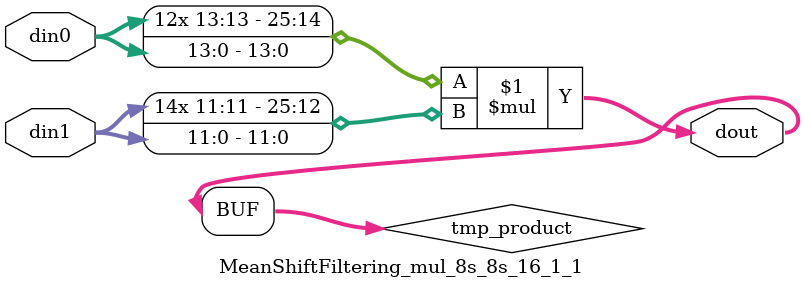
<source format=v>

`timescale 1 ns / 1 ps

  module MeanShiftFiltering_mul_8s_8s_16_1_1(din0, din1, dout);
parameter ID = 1;
parameter NUM_STAGE = 0;
parameter din0_WIDTH = 14;
parameter din1_WIDTH = 12;
parameter dout_WIDTH = 26;

input [din0_WIDTH - 1 : 0] din0; 
input [din1_WIDTH - 1 : 0] din1; 
output [dout_WIDTH - 1 : 0] dout;

wire signed [dout_WIDTH - 1 : 0] tmp_product;













assign tmp_product = $signed(din0) * $signed(din1);








assign dout = tmp_product;







endmodule

</source>
